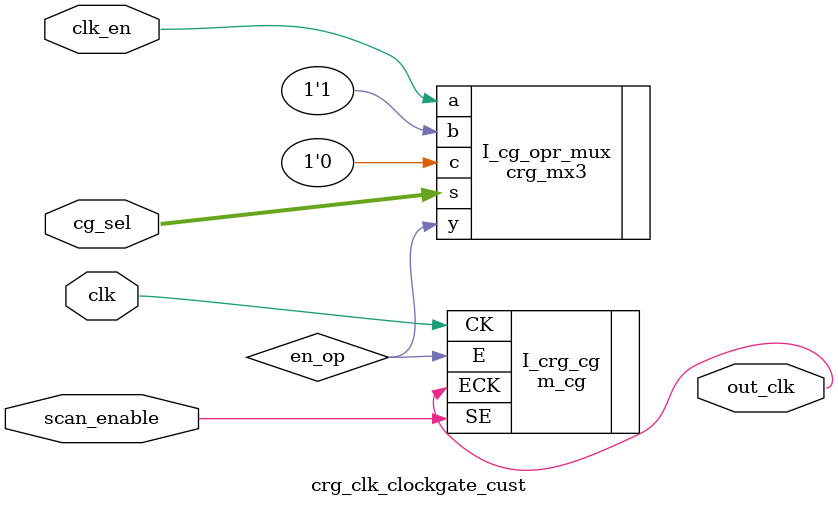
<source format=v>
module crg_clk_clockgate_cust (/*autoarg*/
                               // Outputs
                               out_clk,
                               // Inputs
                               clk, scan_enable, cg_sel,clk_en
                               );

   input       clk;         // Clock input
   input       scan_enable; // To be tied to scan_enable or test_enable
   input [1:0] cg_sel;
   input       clk_en;      // functional clock enable
   output      out_clk;     // Gated clock output.

   wire        en_op;

   crg_mx3 I_cg_opr_mux (
                         // Outputs
                         .y				(en_op),
                         // Inputs
                         .a				(clk_en), //en
                         .b				(1'b1),   //bp
                         .c				(1'b0),   //dis
                         .s				(cg_sel[1:0])
                         );

   m_cg I_crg_cg (.CK(clk), .E(en_op), .SE(scan_enable), .ECK(out_clk));

endmodule // crg_clk_clockgate_cust

// Local Variables:
// verilog-library-directories:(".")
// verilog-library-files:()
// verilog-library-extensions:(".v" ".h" ".sv")
// End:

</source>
